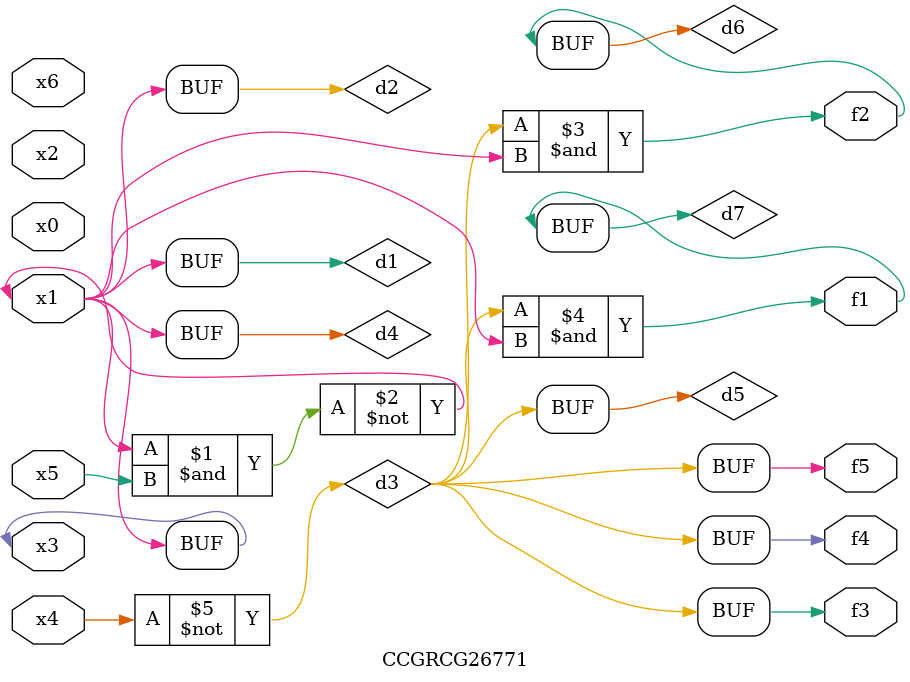
<source format=v>
module CCGRCG26771(
	input x0, x1, x2, x3, x4, x5, x6,
	output f1, f2, f3, f4, f5
);

	wire d1, d2, d3, d4, d5, d6, d7;

	buf (d1, x1, x3);
	nand (d2, x1, x5);
	not (d3, x4);
	buf (d4, d1, d2);
	buf (d5, d3);
	and (d6, d3, d4);
	and (d7, d3, d4);
	assign f1 = d7;
	assign f2 = d6;
	assign f3 = d5;
	assign f4 = d5;
	assign f5 = d5;
endmodule

</source>
